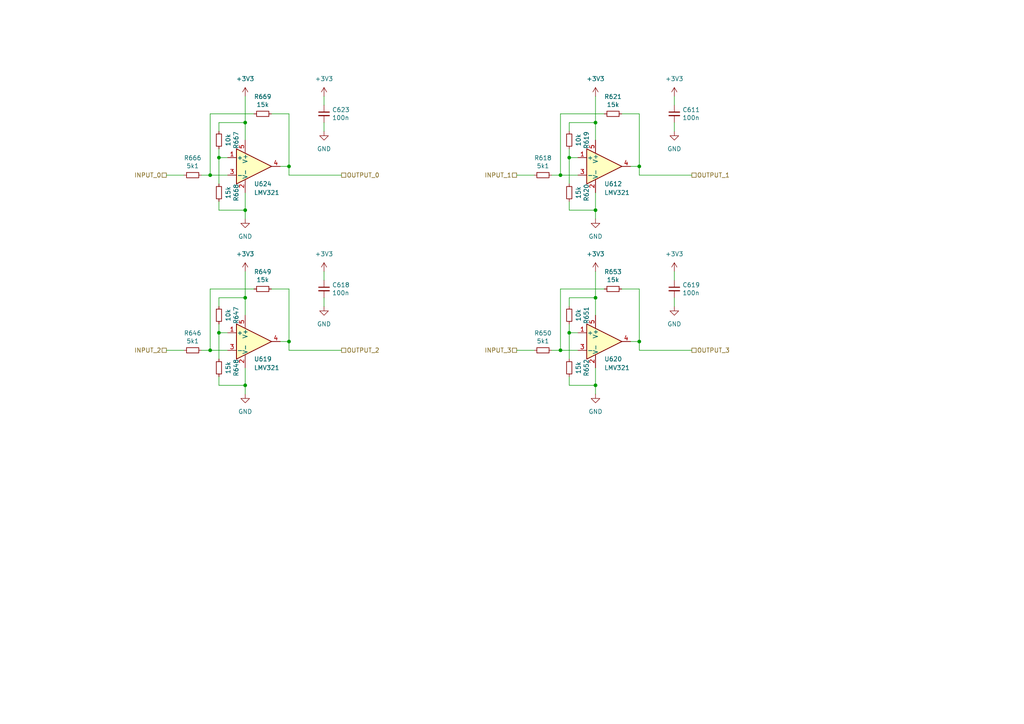
<source format=kicad_sch>
(kicad_sch (version 20250114) (generator "eeschema") (generator_version "9.0")
  (paper "A4")
  (lib_symbols
    (symbol "Amplifier_Operational:LM321" (pin_names (offset 0.127))
      (property "Reference" "U" (at 0 7.62 0))
      (property "Value" "LM321" (at 0 5.08 0))
      (symbol "LM321_0_1"
        (polyline (pts (xy -5.08 5.08) (xy 5.08 0) (xy -5.08 -5.08) (xy -5.08 5.08)) (stroke (width 0.254)) (fill (type background)))
      )
      (symbol "LM321_1_1"
        (pin input line (at -7.62 2.54 0) (length 2.54) (name "+") (number "1"))
        (pin input line (at -7.62 -2.54 0) (length 2.54) (name "-") (number "3"))
        (pin power_in line (at -2.54 7.62 270) (length 3.81) (name "V+") (number "5"))
        (pin power_in line (at -2.54 -7.62 90) (length 3.81) (name "V-") (number "2"))
        (pin output line (at 7.62 0 180) (length 2.54) (name "~") (number "4"))
      )
    )
    (symbol "power:+3V3" (power) (pin_names (offset 0))
      (property "Value" "+3V3" (at 0 3.556 0))
      (symbol "+3V3_0_1"
        (polyline (pts (xy -0.762 1.27) (xy 0 2.54)))
        (polyline (pts (xy 0 2.54) (xy 0.762 1.27)))
        (polyline (pts (xy 0 0) (xy 0 2.54)))
      )
      (symbol "+3V3_1_1"
        (pin power_in line (at 0 0 90) (length 0) (hide yes) (name "+3V3") (number "1"))
      )
    )
    (symbol "power:GND" (power) (pin_names (offset 0))
      (property "Value" "GND" (at 0 -3.81 0))
      (symbol "GND_0_1"
        (polyline (pts (xy 0 0) (xy 0 -1.27) (xy 1.27 -1.27) (xy 0 -2.54) (xy -1.27 -1.27) (xy 0 -1.27)))
      )
      (symbol "GND_1_1"
        (pin power_in line (at 0 0 270) (length 0) (hide yes) (name "GND") (number "1"))
      )
    )
    (symbol "suku_basics:CAP" (pin_numbers (hide yes)) (pin_names (offset 0.254) (hide yes))
      (property "Reference" "C" (at 0.254 1.778 0))
      (symbol "CAP_0_1"
        (polyline (pts (xy -1.524 0.508) (xy 1.524 0.508)) (stroke (width 0.3048)))
        (polyline (pts (xy -1.524 -0.508) (xy 1.524 -0.508)) (stroke (width 0.3302)))
      )
      (symbol "CAP_1_1"
        (pin passive line (at 0 2.54 270) (length 2.032) (name "~") (number "1"))
        (pin passive line (at 0 -2.54 90) (length 2.032) (name "~") (number "2"))
      )
    )
    (symbol "suku_basics:RES" (pin_numbers (hide yes)) (pin_names (offset 0.254) (hide yes))
      (property "Reference" "R" (at 0.762 0.508 0))
      (symbol "RES_1_1"
        (rectangle (start -0.762 1.778) (end 0.762 -1.778) (stroke (width 0.2032)))
        (pin passive line (at 0 2.54 270) (length 0.762) (name "~") (number "1"))
        (pin passive line (at 0 -2.54 90) (length 0.762) (name "~") (number "2"))
      )
    )
  )
  (junction (at 172.72 86.36))
  (junction (at 185.42 48.26))
  (junction (at 71.12 86.36))
  (junction (at 71.12 35.56))
  (junction (at 71.12 60.96))
  (junction (at 172.72 35.56))
  (junction (at 60.96 50.8))
  (junction (at 172.72 60.96))
  (junction (at 162.56 50.8))
  (junction (at 60.96 101.6))
  (junction (at 165.1 96.52))
  (junction (at 162.56 101.6))
  (junction (at 63.5 45.72))
  (junction (at 63.5 96.52))
  (junction (at 83.82 48.26))
  (junction (at 172.72 111.76))
  (junction (at 185.42 99.06))
  (junction (at 71.12 111.76))
  (junction (at 165.1 45.72))
  (junction (at 83.82 99.06))
  (wire (pts (xy 172.72 35.56) (xy 172.72 40.64)))
  (wire (pts (xy 73.66 83.82) (xy 60.96 83.82)))
  (wire (pts (xy 48.26 50.8) (xy 53.34 50.8)))
  (wire (pts (xy 71.12 35.56) (xy 71.12 40.64)))
  (wire (pts (xy 195.58 86.36) (xy 195.58 88.9)))
  (wire (pts (xy 83.82 50.8) (xy 99.06 50.8)))
  (wire (pts (xy 175.26 33.02) (xy 162.56 33.02)))
  (wire (pts (xy 71.12 60.96) (xy 71.12 55.88)))
  (wire (pts (xy 93.98 78.74) (xy 93.98 81.28)))
  (wire (pts (xy 71.12 86.36) (xy 71.12 91.44)))
  (wire (pts (xy 195.58 35.56) (xy 195.58 38.1)))
  (wire (pts (xy 172.72 86.36) (xy 172.72 91.44)))
  (wire (pts (xy 165.1 96.52) (xy 165.1 93.98)))
  (wire (pts (xy 71.12 111.76) (xy 71.12 106.68)))
  (wire (pts (xy 162.56 33.02) (xy 162.56 50.8)))
  (wire (pts (xy 172.72 60.96) (xy 172.72 55.88)))
  (wire (pts (xy 58.42 101.6) (xy 60.96 101.6)))
  (wire (pts (xy 160.02 101.6) (xy 162.56 101.6)))
  (wire (pts (xy 162.56 83.82) (xy 162.56 101.6)))
  (wire (pts (xy 172.72 63.5) (xy 172.72 60.96)))
  (wire (pts (xy 172.72 114.3) (xy 172.72 111.76)))
  (wire (pts (xy 63.5 45.72) (xy 63.5 43.18)))
  (wire (pts (xy 93.98 35.56) (xy 93.98 38.1)))
  (wire (pts (xy 175.26 83.82) (xy 162.56 83.82)))
  (wire (pts (xy 63.5 45.72) (xy 63.5 53.34)))
  (wire (pts (xy 165.1 35.56) (xy 172.72 35.56)))
  (wire (pts (xy 63.5 58.42) (xy 63.5 60.96)))
  (wire (pts (xy 185.42 48.26) (xy 185.42 50.8)))
  (wire (pts (xy 60.96 83.82) (xy 60.96 101.6)))
  (wire (pts (xy 160.02 50.8) (xy 162.56 50.8)))
  (wire (pts (xy 180.34 33.02) (xy 185.42 33.02)))
  (wire (pts (xy 48.26 101.6) (xy 53.34 101.6)))
  (wire (pts (xy 93.98 86.36) (xy 93.98 88.9)))
  (wire (pts (xy 83.82 83.82) (xy 83.82 99.06)))
  (wire (pts (xy 63.5 60.96) (xy 71.12 60.96)))
  (wire (pts (xy 165.1 45.72) (xy 165.1 53.34)))
  (wire (pts (xy 83.82 33.02) (xy 83.82 48.26)))
  (wire (pts (xy 60.96 33.02) (xy 60.96 50.8)))
  (wire (pts (xy 172.72 111.76) (xy 172.72 106.68)))
  (wire (pts (xy 60.96 101.6) (xy 66.04 101.6)))
  (wire (pts (xy 63.5 38.1) (xy 63.5 35.56)))
  (wire (pts (xy 78.74 83.82) (xy 83.82 83.82)))
  (wire (pts (xy 180.34 83.82) (xy 185.42 83.82)))
  (wire (pts (xy 93.98 27.94) (xy 93.98 30.48)))
  (wire (pts (xy 83.82 48.26) (xy 83.82 50.8)))
  (wire (pts (xy 165.1 38.1) (xy 165.1 35.56)))
  (wire (pts (xy 165.1 96.52) (xy 165.1 104.14)))
  (wire (pts (xy 63.5 109.22) (xy 63.5 111.76)))
  (wire (pts (xy 73.66 33.02) (xy 60.96 33.02)))
  (wire (pts (xy 167.64 45.72) (xy 165.1 45.72)))
  (wire (pts (xy 185.42 99.06) (xy 185.42 101.6)))
  (wire (pts (xy 71.12 63.5) (xy 71.12 60.96)))
  (wire (pts (xy 165.1 111.76) (xy 172.72 111.76)))
  (wire (pts (xy 83.82 99.06) (xy 83.82 101.6)))
  (wire (pts (xy 195.58 27.94) (xy 195.58 30.48)))
  (wire (pts (xy 71.12 27.94) (xy 71.12 35.56)))
  (wire (pts (xy 63.5 96.52) (xy 63.5 93.98)))
  (wire (pts (xy 60.96 50.8) (xy 66.04 50.8)))
  (wire (pts (xy 63.5 35.56) (xy 71.12 35.56)))
  (wire (pts (xy 195.58 78.74) (xy 195.58 81.28)))
  (wire (pts (xy 162.56 50.8) (xy 167.64 50.8)))
  (wire (pts (xy 66.04 45.72) (xy 63.5 45.72)))
  (wire (pts (xy 58.42 50.8) (xy 60.96 50.8)))
  (wire (pts (xy 165.1 109.22) (xy 165.1 111.76)))
  (wire (pts (xy 165.1 60.96) (xy 172.72 60.96)))
  (wire (pts (xy 185.42 99.06) (xy 182.88 99.06)))
  (wire (pts (xy 66.04 96.52) (xy 63.5 96.52)))
  (wire (pts (xy 185.42 48.26) (xy 182.88 48.26)))
  (wire (pts (xy 63.5 111.76) (xy 71.12 111.76)))
  (wire (pts (xy 185.42 50.8) (xy 200.66 50.8)))
  (wire (pts (xy 165.1 86.36) (xy 172.72 86.36)))
  (wire (pts (xy 63.5 86.36) (xy 71.12 86.36)))
  (wire (pts (xy 185.42 101.6) (xy 200.66 101.6)))
  (wire (pts (xy 185.42 83.82) (xy 185.42 99.06)))
  (wire (pts (xy 162.56 101.6) (xy 167.64 101.6)))
  (wire (pts (xy 167.64 96.52) (xy 165.1 96.52)))
  (wire (pts (xy 165.1 58.42) (xy 165.1 60.96)))
  (wire (pts (xy 83.82 48.26) (xy 81.28 48.26)))
  (wire (pts (xy 78.74 33.02) (xy 83.82 33.02)))
  (wire (pts (xy 149.86 50.8) (xy 154.94 50.8)))
  (wire (pts (xy 149.86 101.6) (xy 154.94 101.6)))
  (wire (pts (xy 165.1 88.9) (xy 165.1 86.36)))
  (wire (pts (xy 71.12 78.74) (xy 71.12 86.36)))
  (wire (pts (xy 63.5 88.9) (xy 63.5 86.36)))
  (wire (pts (xy 83.82 99.06) (xy 81.28 99.06)))
  (wire (pts (xy 172.72 78.74) (xy 172.72 86.36)))
  (wire (pts (xy 172.72 27.94) (xy 172.72 35.56)))
  (wire (pts (xy 185.42 33.02) (xy 185.42 48.26)))
  (wire (pts (xy 71.12 114.3) (xy 71.12 111.76)))
  (wire (pts (xy 165.1 45.72) (xy 165.1 43.18)))
  (wire (pts (xy 63.5 96.52) (xy 63.5 104.14)))
  (wire (pts (xy 83.82 101.6) (xy 99.06 101.6)))
  (hierarchical_label "INPUT_0" (shape passive) (at 48.26 50.8 180))
  (hierarchical_label "OUTPUT_3" (shape passive) (at 200.66 101.6 0))
  (hierarchical_label "INPUT_1" (shape passive) (at 149.86 50.8 180))
  (hierarchical_label "OUTPUT_2" (shape passive) (at 99.06 101.6 0))
  (hierarchical_label "OUTPUT_0" (shape passive) (at 99.06 50.8 0))
  (hierarchical_label "INPUT_3" (shape passive) (at 149.86 101.6 180))
  (hierarchical_label "INPUT_2" (shape passive) (at 48.26 101.6 180))
  (hierarchical_label "OUTPUT_1" (shape passive) (at 200.66 50.8 0))
  (symbol (lib_id "suku_basics:RES") (at 63.5 106.68 180) (unit 1)
    (property "Reference" "R624" (at 68.4784 106.68 90))
    (property "Value" "15k" (at 66.167 106.68 90))
    (property "Footprint" "suku_basics:RES_0402" (effects (hide yes)))
    (instances (project "PCBA-OCTV" (path "" (reference "R648") (unit 1)) (path "" (reference "R632") (unit 1)) (path "" (reference "R624") (unit 1))))
  )
  (symbol (lib_id "suku_basics:RES") (at 55.88 101.6 270) (unit 1)
    (property "Reference" "R622" (at 55.88 96.6216 90))
    (property "Value" "5k1" (at 55.88 98.933 90))
    (property "Footprint" "suku_basics:RES_0402" (effects (hide yes)))
    (instances (project "PCBA-OCTV" (path "" (reference "R646") (unit 1)) (path "" (reference "R630") (unit 1)) (path "" (reference "R622") (unit 1))))
  )
  (symbol (lib_id "power:+3V3") (at 195.58 78.74 0) (unit 1)
    (property "Reference" "#PWR0729" (effects (hide yes)))
    (property "Value" "+3V3" (at 195.58 73.66 0))
    (instances (project "PCBA-OCTV" (path "" (reference "#PWR0753") (unit 1)) (path "" (reference "#PWR0737") (unit 1)) (path "" (reference "#PWR0729") (unit 1))))
  )
  (symbol (lib_id "Amplifier_Operational:LM321") (at 73.66 99.06 0) (unit 1)
    (property "Reference" "U613" (at 73.66 104.14 0) (effects (justify left)))
    (property "Value" "LMV321" (at 73.66 106.68 0) (effects (justify left)))
    (property "Footprint" "suku_basics:SOT-23-5" (effects (hide yes)))
    (property "Datasheet" "http://www.ti.com/lit/ds/symlink/lm321.pdf" (effects (hide yes)))
    (property "Part" "C90297" (effects (hide yes)))
    (instances (project "PCBA-OCTV" (path "" (reference "U619") (unit 1)) (path "" (reference "U615") (unit 1)) (path "" (reference "U613") (unit 1))))
  )
  (symbol (lib_id "suku_basics:RES") (at 63.5 40.64 180) (unit 1)
    (property "Reference" "R655" (at 68.4784 40.64 90))
    (property "Value" "10k" (at 66.167 40.64 90))
    (property "Footprint" "suku_basics:RES_0402" (effects (hide yes)))
    (instances (project "PCBA-OCTV" (path "" (reference "R667") (unit 1)) (path "" (reference "R659") (unit 1)) (path "" (reference "R655") (unit 1))))
  )
  (symbol (lib_id "power:GND") (at 93.98 88.9 0) (mirror y) (unit 1)
    (property "Reference" "#PWR0726" (effects (hide yes)))
    (property "Value" "GND" (at 93.98 93.98 0))
    (property "Description" "Power symbol creates a global label with name \"GND\" , ground" (effects (hide yes)))
    (instances (project "PCBA-OCTV" (path "" (reference "#PWR0750") (unit 1)) (path "" (reference "#PWR0734") (unit 1)) (path "" (reference "#PWR0726") (unit 1))))
  )
  (symbol (lib_id "power:GND") (at 71.12 63.5 0) (mirror y) (unit 1)
    (property "Reference" "#PWR0103" (effects (hide yes)))
    (property "Value" "GND" (at 71.12 68.58 0))
    (property "Description" "Power symbol creates a global label with name \"GND\" , ground" (effects (hide yes)))
    (instances (project "PCBA-OCTV" (path "" (reference "#PWR0115") (unit 1)) (path "" (reference "#PWR0107") (unit 1)) (path "" (reference "#PWR0103") (unit 1))))
  )
  (symbol (lib_id "suku_basics:CAP") (at 195.58 83.82 0) (unit 1)
    (property "Reference" "C613" (at 197.9168 82.6516 0) (effects (justify left)))
    (property "Value" "100n" (at 197.9168 84.963 0) (effects (justify left)))
    (property "Footprint" "suku_basics:CAP_0402" (effects (hide yes)))
    (instances (project "PCBA-OCTV" (path "" (reference "C619") (unit 1)) (path "" (reference "C615") (unit 1)) (path "" (reference "C613") (unit 1))))
  )
  (symbol (lib_id "suku_basics:CAP") (at 195.58 33.02 0) (unit 1)
    (property "Reference" "C608" (at 197.9168 31.8516 0) (effects (justify left)))
    (property "Value" "100n" (at 197.9168 34.163 0) (effects (justify left)))
    (property "Footprint" "suku_basics:CAP_0402" (effects (hide yes)))
    (instances (project "PCBA-OCTV" (path "" (reference "C611") (unit 1)) (path "" (reference "C609") (unit 1)) (path "" (reference "C608") (unit 1))))
  )
  (symbol (lib_id "Amplifier_Operational:LM321") (at 175.26 99.06 0) (unit 1)
    (property "Reference" "U614" (at 175.26 104.14 0) (effects (justify left)))
    (property "Value" "LMV321" (at 175.26 106.68 0) (effects (justify left)))
    (property "Footprint" "suku_basics:SOT-23-5" (effects (hide yes)))
    (property "Datasheet" "http://www.ti.com/lit/ds/symlink/lm321.pdf" (effects (hide yes)))
    (property "Part" "C90297" (effects (hide yes)))
    (instances (project "PCBA-OCTV" (path "" (reference "U620") (unit 1)) (path "" (reference "U616") (unit 1)) (path "" (reference "U614") (unit 1))))
  )
  (symbol (lib_id "suku_basics:RES") (at 177.8 83.82 270) (unit 1)
    (property "Reference" "R629" (at 177.8 78.8416 90))
    (property "Value" "15k" (at 177.8 81.153 90))
    (property "Footprint" "suku_basics:RES_0402" (effects (hide yes)))
    (instances (project "PCBA-OCTV" (path "" (reference "R653") (unit 1)) (path "" (reference "R637") (unit 1)) (path "" (reference "R629") (unit 1))))
  )
  (symbol (lib_id "power:GND") (at 195.58 38.1 0) (mirror y) (unit 1)
    (property "Reference" "#PWR0699" (effects (hide yes)))
    (property "Value" "GND" (at 195.58 43.18 0))
    (property "Description" "Power symbol creates a global label with name \"GND\" , ground" (effects (hide yes)))
    (instances (project "PCBA-OCTV" (path "" (reference "#PWR0722") (unit 1)) (path "" (reference "#PWR0708") (unit 1)) (path "" (reference "#PWR0699") (unit 1))))
  )
  (symbol (lib_id "power:+3V3") (at 195.58 27.94 0) (unit 1)
    (property "Reference" "#PWR0698" (effects (hide yes)))
    (property "Value" "+3V3" (at 195.58 22.86 0))
    (instances (project "PCBA-OCTV" (path "" (reference "#PWR0721") (unit 1)) (path "" (reference "#PWR0705") (unit 1)) (path "" (reference "#PWR0698") (unit 1))))
  )
  (symbol (lib_id "power:+3V3") (at 172.72 78.74 0) (unit 1)
    (property "Reference" "#PWR0727" (effects (hide yes)))
    (property "Value" "+3V3" (at 172.72 73.66 0))
    (instances (project "PCBA-OCTV" (path "" (reference "#PWR0751") (unit 1)) (path "" (reference "#PWR0735") (unit 1)) (path "" (reference "#PWR0727") (unit 1))))
  )
  (symbol (lib_id "suku_basics:RES") (at 177.8 33.02 270) (unit 1)
    (property "Reference" "R609" (at 177.8 28.0416 90))
    (property "Value" "15k" (at 177.8 30.353 90))
    (property "Footprint" "suku_basics:RES_0402" (effects (hide yes)))
    (instances (project "PCBA-OCTV" (path "" (reference "R621") (unit 1)) (path "" (reference "R613") (unit 1)) (path "" (reference "R609") (unit 1))))
  )
  (symbol (lib_id "suku_basics:RES") (at 55.88 50.8 270) (unit 1)
    (property "Reference" "R654" (at 55.88 45.8216 90))
    (property "Value" "5k1" (at 55.88 48.133 90))
    (property "Footprint" "suku_basics:RES_0402" (effects (hide yes)))
    (instances (project "PCBA-OCTV" (path "" (reference "R666") (unit 1)) (path "" (reference "R658") (unit 1)) (path "" (reference "R654") (unit 1))))
  )
  (symbol (lib_id "suku_basics:RES") (at 165.1 106.68 180) (unit 1)
    (property "Reference" "R628" (at 170.0784 106.68 90))
    (property "Value" "15k" (at 167.767 106.68 90))
    (property "Footprint" "suku_basics:RES_0402" (effects (hide yes)))
    (instances (project "PCBA-OCTV" (path "" (reference "R652") (unit 1)) (path "" (reference "R636") (unit 1)) (path "" (reference "R628") (unit 1))))
  )
  (symbol (lib_id "Amplifier_Operational:LM321") (at 175.26 48.26 0) (unit 1)
    (property "Reference" "U609" (at 175.26 53.34 0) (effects (justify left)))
    (property "Value" "LMV321" (at 175.26 55.88 0) (effects (justify left)))
    (property "Footprint" "suku_basics:SOT-23-5" (effects (hide yes)))
    (property "Datasheet" "http://www.ti.com/lit/ds/symlink/lm321.pdf" (effects (hide yes)))
    (property "Part" "C90297" (effects (hide yes)))
    (instances (project "PCBA-OCTV" (path "" (reference "U612") (unit 1)) (path "" (reference "U610") (unit 1)) (path "" (reference "U609") (unit 1))))
  )
  (symbol (lib_id "suku_basics:RES") (at 165.1 91.44 180) (unit 1)
    (property "Reference" "R627" (at 170.0784 91.44 90))
    (property "Value" "10k" (at 167.767 91.44 90))
    (property "Footprint" "suku_basics:RES_0402" (effects (hide yes)))
    (instances (project "PCBA-OCTV" (path "" (reference "R651") (unit 1)) (path "" (reference "R635") (unit 1)) (path "" (reference "R627") (unit 1))))
  )
  (symbol (lib_id "suku_basics:RES") (at 63.5 55.88 180) (unit 1)
    (property "Reference" "R656" (at 68.4784 55.88 90))
    (property "Value" "15k" (at 66.167 55.88 90))
    (property "Footprint" "suku_basics:RES_0402" (effects (hide yes)))
    (instances (project "PCBA-OCTV" (path "" (reference "R668") (unit 1)) (path "" (reference "R660") (unit 1)) (path "" (reference "R656") (unit 1))))
  )
  (symbol (lib_id "suku_basics:RES") (at 63.5 91.44 180) (unit 1)
    (property "Reference" "R623" (at 68.4784 91.44 90))
    (property "Value" "10k" (at 66.167 91.44 90))
    (property "Footprint" "suku_basics:RES_0402" (effects (hide yes)))
    (instances (project "PCBA-OCTV" (path "" (reference "R647") (unit 1)) (path "" (reference "R631") (unit 1)) (path "" (reference "R623") (unit 1))))
  )
  (symbol (lib_id "suku_basics:RES") (at 76.2 33.02 270) (unit 1)
    (property "Reference" "R657" (at 76.2 28.0416 90))
    (property "Value" "15k" (at 76.2 30.353 90))
    (property "Footprint" "suku_basics:RES_0402" (effects (hide yes)))
    (instances (project "PCBA-OCTV" (path "" (reference "R669") (unit 1)) (path "" (reference "R661") (unit 1)) (path "" (reference "R657") (unit 1))))
  )
  (symbol (lib_id "power:GND") (at 195.58 88.9 0) (mirror y) (unit 1)
    (property "Reference" "#PWR0730" (effects (hide yes)))
    (property "Value" "GND" (at 195.58 93.98 0))
    (property "Description" "Power symbol creates a global label with name \"GND\" , ground" (effects (hide yes)))
    (instances (project "PCBA-OCTV" (path "" (reference "#PWR0754") (unit 1)) (path "" (reference "#PWR0738") (unit 1)) (path "" (reference "#PWR0730") (unit 1))))
  )
  (symbol (lib_id "power:GND") (at 93.98 38.1 0) (mirror y) (unit 1)
    (property "Reference" "#PWR0104" (effects (hide yes)))
    (property "Value" "GND" (at 93.98 43.18 0))
    (property "Description" "Power symbol creates a global label with name \"GND\" , ground" (effects (hide yes)))
    (instances (project "PCBA-OCTV" (path "" (reference "#PWR0116") (unit 1)) (path "" (reference "#PWR0108") (unit 1)) (path "" (reference "#PWR0104") (unit 1))))
  )
  (symbol (lib_id "suku_basics:RES") (at 76.2 83.82 270) (unit 1)
    (property "Reference" "R625" (at 76.2 78.8416 90))
    (property "Value" "15k" (at 76.2 81.153 90))
    (property "Footprint" "suku_basics:RES_0402" (effects (hide yes)))
    (instances (project "PCBA-OCTV" (path "" (reference "R649") (unit 1)) (path "" (reference "R633") (unit 1)) (path "" (reference "R625") (unit 1))))
  )
  (symbol (lib_id "power:GND") (at 172.72 63.5 0) (mirror y) (unit 1)
    (property "Reference" "#PWR0695" (effects (hide yes)))
    (property "Value" "GND" (at 172.72 68.58 0))
    (property "Description" "Power symbol creates a global label with name \"GND\" , ground" (effects (hide yes)))
    (instances (project "PCBA-OCTV" (path "" (reference "#PWR0719") (unit 1)) (path "" (reference "#PWR0704") (unit 1)) (path "" (reference "#PWR0695") (unit 1))))
  )
  (symbol (lib_id "suku_basics:RES") (at 157.48 101.6 270) (unit 1)
    (property "Reference" "R626" (at 157.48 96.6216 90))
    (property "Value" "5k1" (at 157.48 98.933 90))
    (property "Footprint" "suku_basics:RES_0402" (effects (hide yes)))
    (instances (project "PCBA-OCTV" (path "" (reference "R650") (unit 1)) (path "" (reference "R634") (unit 1)) (path "" (reference "R626") (unit 1))))
  )
  (symbol (lib_id "Amplifier_Operational:LM321") (at 73.66 48.26 0) (unit 1)
    (property "Reference" "U621" (at 73.66 53.34 0) (effects (justify left)))
    (property "Value" "LMV321" (at 73.66 55.88 0) (effects (justify left)))
    (property "Footprint" "suku_basics:SOT-23-5" (effects (hide yes)))
    (property "Datasheet" "http://www.ti.com/lit/ds/symlink/lm321.pdf" (effects (hide yes)))
    (property "Part" "C90297" (effects (hide yes)))
    (instances (project "PCBA-OCTV" (path "" (reference "U624") (unit 1)) (path "" (reference "U622") (unit 1)) (path "" (reference "U621") (unit 1))))
  )
  (symbol (lib_id "power:+3V3") (at 71.12 27.94 0) (unit 1)
    (property "Reference" "#PWR0102" (effects (hide yes)))
    (property "Value" "+3V3" (at 71.12 22.86 0))
    (instances (project "PCBA-OCTV" (path "" (reference "#PWR0114") (unit 1)) (path "" (reference "#PWR0106") (unit 1)) (path "" (reference "#PWR0102") (unit 1))))
  )
  (symbol (lib_id "suku_basics:RES") (at 165.1 55.88 180) (unit 1)
    (property "Reference" "R608" (at 170.0784 55.88 90))
    (property "Value" "15k" (at 167.767 55.88 90))
    (property "Footprint" "suku_basics:RES_0402" (effects (hide yes)))
    (instances (project "PCBA-OCTV" (path "" (reference "R620") (unit 1)) (path "" (reference "R612") (unit 1)) (path "" (reference "R608") (unit 1))))
  )
  (symbol (lib_id "power:+3V3") (at 172.72 27.94 0) (unit 1)
    (property "Reference" "#PWR0694" (effects (hide yes)))
    (property "Value" "+3V3" (at 172.72 22.86 0))
    (instances (project "PCBA-OCTV" (path "" (reference "#PWR0718") (unit 1)) (path "" (reference "#PWR0701") (unit 1)) (path "" (reference "#PWR0694") (unit 1))))
  )
  (symbol (lib_id "power:GND") (at 172.72 114.3 0) (mirror y) (unit 1)
    (property "Reference" "#PWR0728" (effects (hide yes)))
    (property "Value" "GND" (at 172.72 119.38 0))
    (property "Description" "Power symbol creates a global label with name \"GND\" , ground" (effects (hide yes)))
    (instances (project "PCBA-OCTV" (path "" (reference "#PWR0752") (unit 1)) (path "" (reference "#PWR0736") (unit 1)) (path "" (reference "#PWR0728") (unit 1))))
  )
  (symbol (lib_id "suku_basics:CAP") (at 93.98 33.02 0) (unit 1)
    (property "Reference" "C620" (at 96.3168 31.8516 0) (effects (justify left)))
    (property "Value" "100n" (at 96.3168 34.163 0) (effects (justify left)))
    (property "Footprint" "suku_basics:CAP_0402" (effects (hide yes)))
    (instances (project "PCBA-OCTV" (path "" (reference "C623") (unit 1)) (path "" (reference "C621") (unit 1)) (path "" (reference "C620") (unit 1))))
  )
  (symbol (lib_id "power:+3V3") (at 93.98 27.94 0) (unit 1)
    (property "Reference" "#PWR0105" (effects (hide yes)))
    (property "Value" "+3V3" (at 93.98 22.86 0))
    (instances (project "PCBA-OCTV" (path "" (reference "#PWR0117") (unit 1)) (path "" (reference "#PWR0109") (unit 1)) (path "" (reference "#PWR0105") (unit 1))))
  )
  (symbol (lib_id "power:+3V3") (at 71.12 78.74 0) (unit 1)
    (property "Reference" "#PWR0723" (effects (hide yes)))
    (property "Value" "+3V3" (at 71.12 73.66 0))
    (instances (project "PCBA-OCTV" (path "" (reference "#PWR0747") (unit 1)) (path "" (reference "#PWR0731") (unit 1)) (path "" (reference "#PWR0723") (unit 1))))
  )
  (symbol (lib_id "suku_basics:RES") (at 157.48 50.8 270) (unit 1)
    (property "Reference" "R606" (at 157.48 45.8216 90))
    (property "Value" "5k1" (at 157.48 48.133 90))
    (property "Footprint" "suku_basics:RES_0402" (effects (hide yes)))
    (instances (project "PCBA-OCTV" (path "" (reference "R618") (unit 1)) (path "" (reference "R610") (unit 1)) (path "" (reference "R606") (unit 1))))
  )
  (symbol (lib_id "power:+3V3") (at 93.98 78.74 0) (unit 1)
    (property "Reference" "#PWR0725" (effects (hide yes)))
    (property "Value" "+3V3" (at 93.98 73.66 0))
    (instances (project "PCBA-OCTV" (path "" (reference "#PWR0749") (unit 1)) (path "" (reference "#PWR0733") (unit 1)) (path "" (reference "#PWR0725") (unit 1))))
  )
  (symbol (lib_id "suku_basics:CAP") (at 93.98 83.82 0) (unit 1)
    (property "Reference" "C612" (at 96.3168 82.6516 0) (effects (justify left)))
    (property "Value" "100n" (at 96.3168 84.963 0) (effects (justify left)))
    (property "Footprint" "suku_basics:CAP_0402" (effects (hide yes)))
    (instances (project "PCBA-OCTV" (path "" (reference "C618") (unit 1)) (path "" (reference "C614") (unit 1)) (path "" (reference "C612") (unit 1))))
  )
  (symbol (lib_id "power:GND") (at 71.12 114.3 0) (mirror y) (unit 1)
    (property "Reference" "#PWR0724" (effects (hide yes)))
    (property "Value" "GND" (at 71.12 119.38 0))
    (property "Description" "Power symbol creates a global label with name \"GND\" , ground" (effects (hide yes)))
    (instances (project "PCBA-OCTV" (path "" (reference "#PWR0748") (unit 1)) (path "" (reference "#PWR0732") (unit 1)) (path "" (reference "#PWR0724") (unit 1))))
  )
  (symbol (lib_id "suku_basics:RES") (at 165.1 40.64 180) (unit 1)
    (property "Reference" "R607" (at 170.0784 40.64 90))
    (property "Value" "10k" (at 167.767 40.64 90))
    (property "Footprint" "suku_basics:RES_0402" (effects (hide yes)))
    (instances (project "PCBA-OCTV" (path "" (reference "R619") (unit 1)) (path "" (reference "R611") (unit 1)) (path "" (reference "R607") (unit 1))))
  )
)
</source>
